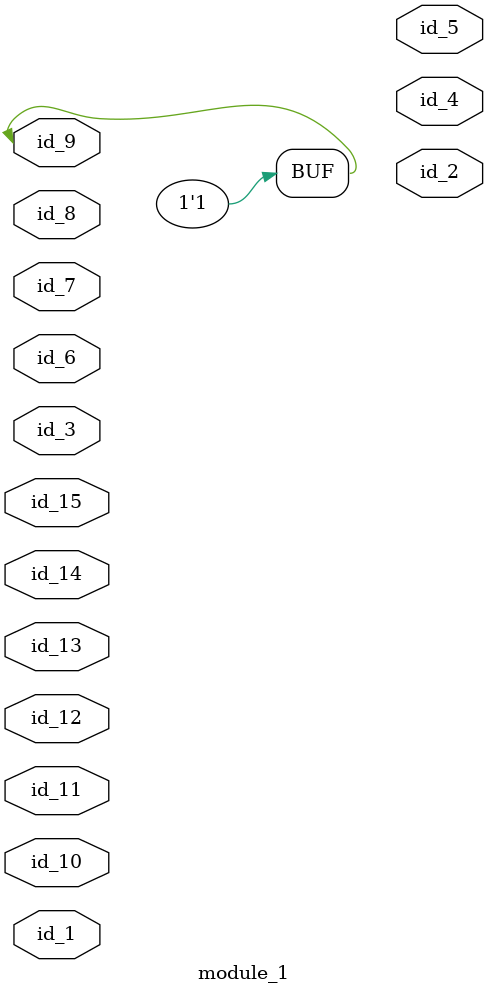
<source format=v>
module module_0;
endmodule
module module_1 (
    id_1,
    id_2,
    id_3,
    id_4,
    id_5,
    id_6,
    id_7,
    id_8,
    id_9,
    id_10,
    id_11,
    id_12,
    id_13,
    id_14,
    id_15
);
  input wire id_15;
  inout wire id_14;
  inout wire id_13;
  input wire id_12;
  input wire id_11;
  inout wire id_10;
  inout wire id_9;
  input wire id_8;
  input wire id_7;
  inout wire id_6;
  output wire id_5;
  output wire id_4;
  inout wire id_3;
  output wire id_2;
  inout wire id_1;
  initial id_9[-1'd0] = -1;
  module_0 modCall_1 ();
endmodule

</source>
